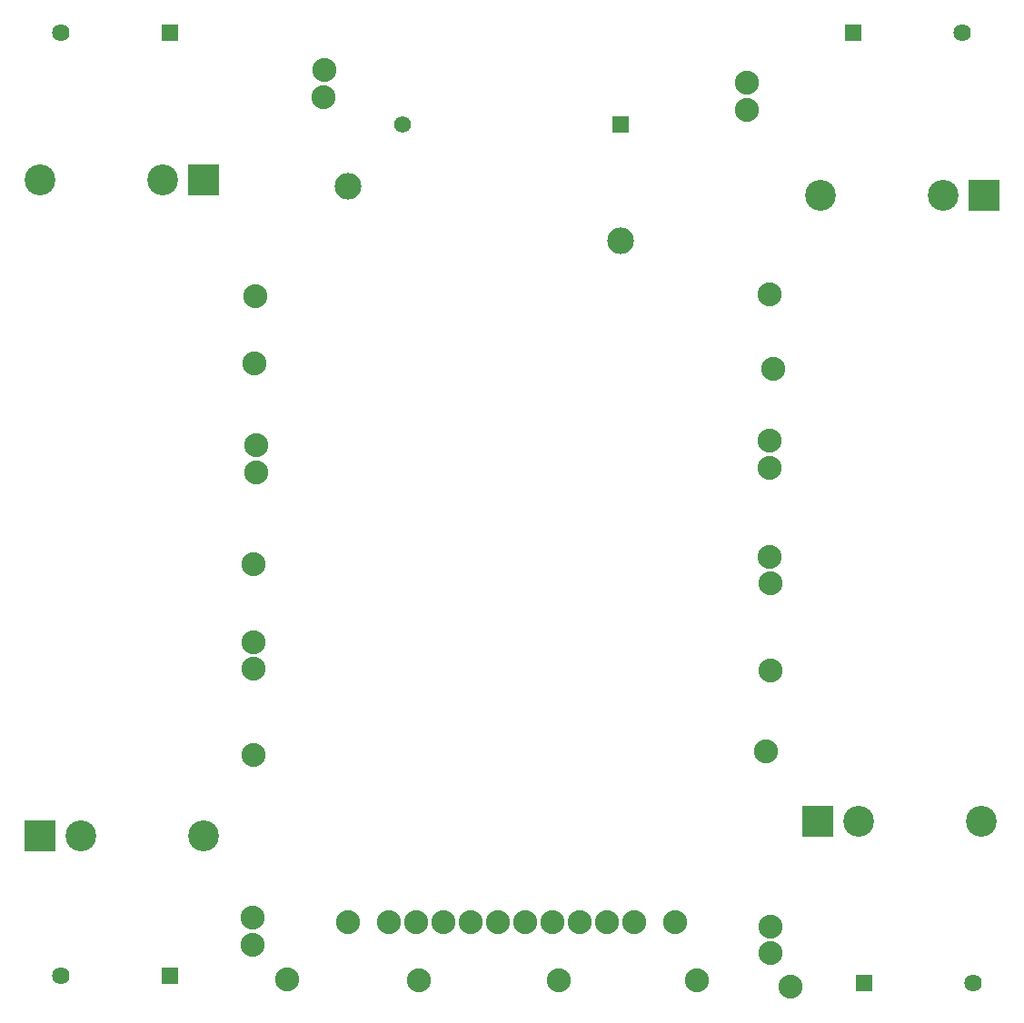
<source format=gbs>
G04*
G04 #@! TF.GenerationSoftware,Altium Limited,Altium Designer,21.5.1 (32)*
G04*
G04 Layer_Color=16711935*
%FSLAX25Y25*%
%MOIN*%
G70*
G04*
G04 #@! TF.SameCoordinates,40DED969-F63B-4BA1-A5F3-3E20095EF234*
G04*
G04*
G04 #@! TF.FilePolarity,Negative*
G04*
G01*
G75*
%ADD24C,0.08800*%
%ADD25C,0.09800*%
%ADD26C,0.11312*%
%ADD27R,0.11312X0.11312*%
%ADD28R,0.06200X0.06200*%
%ADD29C,0.06200*%
%ADD30R,0.06400X0.06400*%
%ADD31C,0.06400*%
D24*
X162885Y23516D02*
D03*
X114460Y23910D02*
D03*
X299204Y21154D02*
D03*
X291527Y275189D02*
D03*
X292618Y247933D02*
D03*
X101862Y36606D02*
D03*
X282964Y352650D02*
D03*
X101960Y137689D02*
D03*
X291527Y211607D02*
D03*
X102059Y176173D02*
D03*
X101960Y106095D02*
D03*
X127916Y347564D02*
D03*
X101862Y46449D02*
D03*
X103043Y209835D02*
D03*
X101960Y147630D02*
D03*
X291626Y137197D02*
D03*
X290149Y107571D02*
D03*
X291527Y178929D02*
D03*
X291626Y168988D02*
D03*
X291626Y43299D02*
D03*
Y33358D02*
D03*
X102649Y274402D02*
D03*
X102452Y249894D02*
D03*
X282964Y342709D02*
D03*
X127945Y357571D02*
D03*
X291527Y221646D02*
D03*
X102963Y219970D02*
D03*
X213968Y23614D02*
D03*
X264657Y23516D02*
D03*
X256882Y44705D02*
D03*
X241882D02*
D03*
X231882D02*
D03*
X221882D02*
D03*
X211882D02*
D03*
X201882D02*
D03*
X191882D02*
D03*
X181882D02*
D03*
X171882D02*
D03*
X161882D02*
D03*
X136882D02*
D03*
X151882D02*
D03*
D25*
X236882Y294705D02*
D03*
X136882Y314705D02*
D03*
D26*
X23701Y317224D02*
D03*
X68701D02*
D03*
X38858Y76476D02*
D03*
X83858D02*
D03*
X355217Y311417D02*
D03*
X310216D02*
D03*
X324114Y81693D02*
D03*
X369114D02*
D03*
D27*
X83701Y317224D02*
D03*
X23858Y76476D02*
D03*
X370216Y311417D02*
D03*
X309114Y81693D02*
D03*
D28*
X236860Y337402D02*
D03*
D29*
X156860D02*
D03*
D30*
X71543Y371100D02*
D03*
X71595Y25000D02*
D03*
X322158Y371100D02*
D03*
X326095Y22621D02*
D03*
D31*
X31543Y371100D02*
D03*
X31594Y25000D02*
D03*
X362158Y371100D02*
D03*
X366095Y22621D02*
D03*
M02*

</source>
